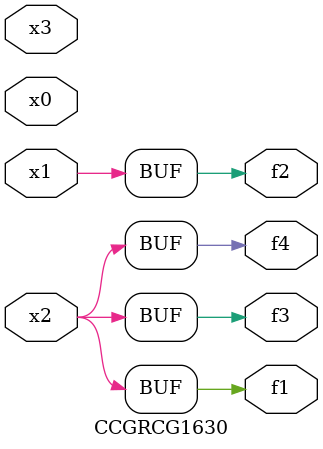
<source format=v>
module CCGRCG1630(
	input x0, x1, x2, x3,
	output f1, f2, f3, f4
);
	assign f1 = x2;
	assign f2 = x1;
	assign f3 = x2;
	assign f4 = x2;
endmodule

</source>
